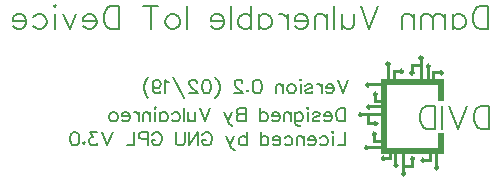
<source format=gbo>
G04 Layer: BottomSilkLayer*
G04 EasyEDA v5.9.42, Sun, 03 Mar 2019 13:32:01 GMT*
G04 8358539c5ca44937bce32fba3cbe82d4*
G04 Gerber Generator version 0.2*
G04 Scale: 100 percent, Rotated: No, Reflected: No *
G04 Dimensions in millimeters *
G04 leading zeros omitted , absolute positions ,3 integer and 3 decimal *
%FSLAX33Y33*%
%MOMM*%
G90*
G71D02*

%ADD10C,0.254000*%
%ADD22C,0.203200*%

%LPD*%
G54D22*
G01X44364Y40724D02*
G01X44364Y38784D01*
G01X44364Y40724D02*
G01X43717Y40724D01*
G01X43440Y40632D01*
G01X43255Y40447D01*
G01X43163Y40262D01*
G01X43071Y39985D01*
G01X43071Y39523D01*
G01X43163Y39246D01*
G01X43255Y39061D01*
G01X43440Y38877D01*
G01X43717Y38784D01*
G01X44364Y38784D01*
G01X42461Y40724D02*
G01X41722Y38784D01*
G01X40983Y40724D02*
G01X41722Y38784D01*
G01X40374Y40724D02*
G01X40374Y38784D01*
G01X39764Y40724D02*
G01X39764Y38784D01*
G01X39764Y40724D02*
G01X39118Y40724D01*
G01X38840Y40632D01*
G01X38656Y40447D01*
G01X38563Y40262D01*
G01X38471Y39985D01*
G01X38471Y39523D01*
G01X38563Y39246D01*
G01X38656Y39061D01*
G01X38840Y38877D01*
G01X39118Y38784D01*
G01X39764Y38784D01*
G01X32450Y42923D02*
G01X32013Y41778D01*
G01X31577Y42923D02*
G01X32013Y41778D01*
G01X31217Y42214D02*
G01X30563Y42214D01*
G01X30563Y42323D01*
G01X30617Y42432D01*
G01X30672Y42487D01*
G01X30781Y42541D01*
G01X30944Y42541D01*
G01X31053Y42487D01*
G01X31163Y42378D01*
G01X31217Y42214D01*
G01X31217Y42105D01*
G01X31163Y41941D01*
G01X31053Y41832D01*
G01X30944Y41778D01*
G01X30781Y41778D01*
G01X30672Y41832D01*
G01X30563Y41941D01*
G01X30203Y42541D02*
G01X30203Y41778D01*
G01X30203Y42214D02*
G01X30148Y42378D01*
G01X30039Y42487D01*
G01X29930Y42541D01*
G01X29766Y42541D01*
G01X28806Y42378D02*
G01X28861Y42487D01*
G01X29024Y42541D01*
G01X29188Y42541D01*
G01X29352Y42487D01*
G01X29406Y42378D01*
G01X29352Y42269D01*
G01X29243Y42214D01*
G01X28970Y42160D01*
G01X28861Y42105D01*
G01X28806Y41996D01*
G01X28806Y41941D01*
G01X28861Y41832D01*
G01X29024Y41778D01*
G01X29188Y41778D01*
G01X29352Y41832D01*
G01X29406Y41941D01*
G01X28446Y42923D02*
G01X28392Y42869D01*
G01X28337Y42923D01*
G01X28392Y42978D01*
G01X28446Y42923D01*
G01X28392Y42541D02*
G01X28392Y41778D01*
G01X27704Y42541D02*
G01X27813Y42487D01*
G01X27923Y42378D01*
G01X27977Y42214D01*
G01X27977Y42105D01*
G01X27923Y41941D01*
G01X27813Y41832D01*
G01X27704Y41778D01*
G01X27541Y41778D01*
G01X27432Y41832D01*
G01X27323Y41941D01*
G01X27268Y42105D01*
G01X27268Y42214D01*
G01X27323Y42378D01*
G01X27432Y42487D01*
G01X27541Y42541D01*
G01X27704Y42541D01*
G01X26908Y42541D02*
G01X26908Y41778D01*
G01X26908Y42323D02*
G01X26744Y42487D01*
G01X26635Y42541D01*
G01X26472Y42541D01*
G01X26363Y42487D01*
G01X26308Y42323D01*
G01X26308Y41778D01*
G01X24781Y42923D02*
G01X24944Y42869D01*
G01X25053Y42705D01*
G01X25108Y42432D01*
G01X25108Y42269D01*
G01X25053Y41996D01*
G01X24944Y41832D01*
G01X24781Y41778D01*
G01X24672Y41778D01*
G01X24508Y41832D01*
G01X24399Y41996D01*
G01X24344Y42269D01*
G01X24344Y42432D01*
G01X24399Y42705D01*
G01X24508Y42869D01*
G01X24672Y42923D01*
G01X24781Y42923D01*
G01X23930Y42050D02*
G01X23984Y41996D01*
G01X23930Y41941D01*
G01X23875Y41996D01*
G01X23930Y42050D01*
G01X23461Y42650D02*
G01X23461Y42705D01*
G01X23406Y42814D01*
G01X23352Y42869D01*
G01X23243Y42923D01*
G01X23024Y42923D01*
G01X22915Y42869D01*
G01X22861Y42814D01*
G01X22806Y42705D01*
G01X22806Y42596D01*
G01X22861Y42487D01*
G01X22970Y42323D01*
G01X23515Y41778D01*
G01X22752Y41778D01*
G01X21170Y43141D02*
G01X21279Y43032D01*
G01X21388Y42869D01*
G01X21497Y42650D01*
G01X21552Y42378D01*
G01X21552Y42160D01*
G01X21497Y41887D01*
G01X21388Y41669D01*
G01X21279Y41505D01*
G01X21170Y41396D01*
G01X20483Y42923D02*
G01X20646Y42869D01*
G01X20755Y42705D01*
G01X20810Y42432D01*
G01X20810Y42269D01*
G01X20755Y41996D01*
G01X20646Y41832D01*
G01X20483Y41778D01*
G01X20373Y41778D01*
G01X20210Y41832D01*
G01X20101Y41996D01*
G01X20046Y42269D01*
G01X20046Y42432D01*
G01X20101Y42705D01*
G01X20210Y42869D01*
G01X20373Y42923D01*
G01X20483Y42923D01*
G01X19632Y42650D02*
G01X19632Y42705D01*
G01X19577Y42814D01*
G01X19523Y42869D01*
G01X19413Y42923D01*
G01X19195Y42923D01*
G01X19086Y42869D01*
G01X19032Y42814D01*
G01X18977Y42705D01*
G01X18977Y42596D01*
G01X19032Y42487D01*
G01X19141Y42323D01*
G01X19686Y41778D01*
G01X18923Y41778D01*
G01X17581Y43141D02*
G01X18563Y41396D01*
G01X17221Y42705D02*
G01X17112Y42760D01*
G01X16948Y42923D01*
G01X16948Y41778D01*
G01X15879Y42541D02*
G01X15933Y42378D01*
G01X16043Y42269D01*
G01X16206Y42214D01*
G01X16261Y42214D01*
G01X16424Y42269D01*
G01X16533Y42378D01*
G01X16588Y42541D01*
G01X16588Y42596D01*
G01X16533Y42760D01*
G01X16424Y42869D01*
G01X16261Y42923D01*
G01X16206Y42923D01*
G01X16043Y42869D01*
G01X15933Y42760D01*
G01X15879Y42541D01*
G01X15879Y42269D01*
G01X15933Y41996D01*
G01X16043Y41832D01*
G01X16206Y41778D01*
G01X16315Y41778D01*
G01X16479Y41832D01*
G01X16533Y41941D01*
G01X15519Y43141D02*
G01X15410Y43032D01*
G01X15301Y42869D01*
G01X15192Y42650D01*
G01X15137Y42378D01*
G01X15137Y42160D01*
G01X15192Y41887D01*
G01X15301Y41669D01*
G01X15410Y41505D01*
G01X15519Y41396D01*
G01X44279Y49145D02*
G01X44279Y47205D01*
G01X44279Y49145D02*
G01X43632Y49145D01*
G01X43355Y49053D01*
G01X43170Y48868D01*
G01X43078Y48683D01*
G01X42986Y48406D01*
G01X42986Y47944D01*
G01X43078Y47667D01*
G01X43170Y47482D01*
G01X43355Y47298D01*
G01X43632Y47205D01*
G01X44279Y47205D01*
G01X41268Y48498D02*
G01X41268Y47205D01*
G01X41268Y48221D02*
G01X41452Y48406D01*
G01X41637Y48498D01*
G01X41914Y48498D01*
G01X42099Y48406D01*
G01X42284Y48221D01*
G01X42376Y47944D01*
G01X42376Y47760D01*
G01X42284Y47482D01*
G01X42099Y47298D01*
G01X41914Y47205D01*
G01X41637Y47205D01*
G01X41452Y47298D01*
G01X41268Y47482D01*
G01X40658Y48498D02*
G01X40658Y47205D01*
G01X40658Y48129D02*
G01X40381Y48406D01*
G01X40196Y48498D01*
G01X39919Y48498D01*
G01X39734Y48406D01*
G01X39642Y48129D01*
G01X39642Y47205D01*
G01X39642Y48129D02*
G01X39365Y48406D01*
G01X39180Y48498D01*
G01X38903Y48498D01*
G01X38718Y48406D01*
G01X38626Y48129D01*
G01X38626Y47205D01*
G01X38016Y48498D02*
G01X38016Y47205D01*
G01X38016Y48129D02*
G01X37739Y48406D01*
G01X37555Y48498D01*
G01X37277Y48498D01*
G01X37093Y48406D01*
G01X37000Y48129D01*
G01X37000Y47205D01*
G01X34968Y49145D02*
G01X34229Y47205D01*
G01X33491Y49145D02*
G01X34229Y47205D01*
G01X32881Y48498D02*
G01X32881Y47575D01*
G01X32789Y47298D01*
G01X32604Y47205D01*
G01X32327Y47205D01*
G01X32142Y47298D01*
G01X31865Y47575D01*
G01X31865Y48498D02*
G01X31865Y47205D01*
G01X31255Y49145D02*
G01X31255Y47205D01*
G01X30646Y48498D02*
G01X30646Y47205D01*
G01X30646Y48129D02*
G01X30369Y48406D01*
G01X30184Y48498D01*
G01X29907Y48498D01*
G01X29722Y48406D01*
G01X29630Y48129D01*
G01X29630Y47205D01*
G01X29020Y47944D02*
G01X27912Y47944D01*
G01X27912Y48129D01*
G01X28004Y48314D01*
G01X28097Y48406D01*
G01X28281Y48498D01*
G01X28558Y48498D01*
G01X28743Y48406D01*
G01X28928Y48221D01*
G01X29020Y47944D01*
G01X29020Y47760D01*
G01X28928Y47482D01*
G01X28743Y47298D01*
G01X28558Y47205D01*
G01X28281Y47205D01*
G01X28097Y47298D01*
G01X27912Y47482D01*
G01X27302Y48498D02*
G01X27302Y47205D01*
G01X27302Y47944D02*
G01X27210Y48221D01*
G01X27025Y48406D01*
G01X26840Y48498D01*
G01X26563Y48498D01*
G01X24845Y48498D02*
G01X24845Y47205D01*
G01X24845Y48221D02*
G01X25030Y48406D01*
G01X25215Y48498D01*
G01X25492Y48498D01*
G01X25677Y48406D01*
G01X25861Y48221D01*
G01X25954Y47944D01*
G01X25954Y47760D01*
G01X25861Y47482D01*
G01X25677Y47298D01*
G01X25492Y47205D01*
G01X25215Y47205D01*
G01X25030Y47298D01*
G01X24845Y47482D01*
G01X24236Y49145D02*
G01X24236Y47205D01*
G01X24236Y48221D02*
G01X24051Y48406D01*
G01X23866Y48498D01*
G01X23589Y48498D01*
G01X23404Y48406D01*
G01X23220Y48221D01*
G01X23127Y47944D01*
G01X23127Y47760D01*
G01X23220Y47482D01*
G01X23404Y47298D01*
G01X23589Y47205D01*
G01X23866Y47205D01*
G01X24051Y47298D01*
G01X24236Y47482D01*
G01X22518Y49145D02*
G01X22518Y47205D01*
G01X21908Y47944D02*
G01X20800Y47944D01*
G01X20800Y48129D01*
G01X20892Y48314D01*
G01X20985Y48406D01*
G01X21169Y48498D01*
G01X21446Y48498D01*
G01X21631Y48406D01*
G01X21816Y48221D01*
G01X21908Y47944D01*
G01X21908Y47760D01*
G01X21816Y47482D01*
G01X21631Y47298D01*
G01X21446Y47205D01*
G01X21169Y47205D01*
G01X20985Y47298D01*
G01X20800Y47482D01*
G01X18768Y49145D02*
G01X18768Y47205D01*
G01X17696Y48498D02*
G01X17881Y48406D01*
G01X18066Y48221D01*
G01X18158Y47944D01*
G01X18158Y47760D01*
G01X18066Y47482D01*
G01X17881Y47298D01*
G01X17696Y47205D01*
G01X17419Y47205D01*
G01X17235Y47298D01*
G01X17050Y47482D01*
G01X16957Y47760D01*
G01X16957Y47944D01*
G01X17050Y48221D01*
G01X17235Y48406D01*
G01X17419Y48498D01*
G01X17696Y48498D01*
G01X15701Y49145D02*
G01X15701Y47205D01*
G01X16348Y49145D02*
G01X15055Y49145D01*
G01X13023Y49145D02*
G01X13023Y47205D01*
G01X13023Y49145D02*
G01X12376Y49145D01*
G01X12099Y49053D01*
G01X11914Y48868D01*
G01X11822Y48683D01*
G01X11730Y48406D01*
G01X11730Y47944D01*
G01X11822Y47667D01*
G01X11914Y47482D01*
G01X12099Y47298D01*
G01X12376Y47205D01*
G01X13023Y47205D01*
G01X11120Y47944D02*
G01X10012Y47944D01*
G01X10012Y48129D01*
G01X10104Y48314D01*
G01X10196Y48406D01*
G01X10381Y48498D01*
G01X10658Y48498D01*
G01X10843Y48406D01*
G01X11028Y48221D01*
G01X11120Y47944D01*
G01X11120Y47760D01*
G01X11028Y47482D01*
G01X10843Y47298D01*
G01X10658Y47205D01*
G01X10381Y47205D01*
G01X10196Y47298D01*
G01X10012Y47482D01*
G01X9402Y48498D02*
G01X8848Y47205D01*
G01X8294Y48498D02*
G01X8848Y47205D01*
G01X7684Y49145D02*
G01X7592Y49053D01*
G01X7499Y49145D01*
G01X7592Y49237D01*
G01X7684Y49145D01*
G01X7592Y48498D02*
G01X7592Y47205D01*
G01X5781Y48221D02*
G01X5966Y48406D01*
G01X6151Y48498D01*
G01X6428Y48498D01*
G01X6613Y48406D01*
G01X6797Y48221D01*
G01X6890Y47944D01*
G01X6890Y47760D01*
G01X6797Y47482D01*
G01X6613Y47298D01*
G01X6428Y47205D01*
G01X6151Y47205D01*
G01X5966Y47298D01*
G01X5781Y47482D01*
G01X5172Y47944D02*
G01X4064Y47944D01*
G01X4064Y48129D01*
G01X4156Y48314D01*
G01X4248Y48406D01*
G01X4433Y48498D01*
G01X4710Y48498D01*
G01X4895Y48406D01*
G01X5080Y48221D01*
G01X5172Y47944D01*
G01X5172Y47760D01*
G01X5080Y47482D01*
G01X4895Y47298D01*
G01X4710Y47205D01*
G01X4433Y47205D01*
G01X4248Y47298D01*
G01X4064Y47482D01*
G01X32166Y40547D02*
G01X32166Y39401D01*
G01X32166Y40547D02*
G01X31784Y40547D01*
G01X31621Y40492D01*
G01X31512Y40383D01*
G01X31457Y40274D01*
G01X31402Y40110D01*
G01X31402Y39838D01*
G01X31457Y39674D01*
G01X31512Y39565D01*
G01X31621Y39456D01*
G01X31784Y39401D01*
G01X32166Y39401D01*
G01X31042Y39838D02*
G01X30388Y39838D01*
G01X30388Y39947D01*
G01X30442Y40056D01*
G01X30497Y40110D01*
G01X30606Y40165D01*
G01X30770Y40165D01*
G01X30879Y40110D01*
G01X30988Y40001D01*
G01X31042Y39838D01*
G01X31042Y39729D01*
G01X30988Y39565D01*
G01X30879Y39456D01*
G01X30770Y39401D01*
G01X30606Y39401D01*
G01X30497Y39456D01*
G01X30388Y39565D01*
G01X29428Y40001D02*
G01X29482Y40110D01*
G01X29646Y40165D01*
G01X29810Y40165D01*
G01X29973Y40110D01*
G01X30028Y40001D01*
G01X29973Y39892D01*
G01X29864Y39838D01*
G01X29591Y39783D01*
G01X29482Y39729D01*
G01X29428Y39620D01*
G01X29428Y39565D01*
G01X29482Y39456D01*
G01X29646Y39401D01*
G01X29810Y39401D01*
G01X29973Y39456D01*
G01X30028Y39565D01*
G01X29068Y40547D02*
G01X29013Y40492D01*
G01X28959Y40547D01*
G01X29013Y40601D01*
G01X29068Y40547D01*
G01X29013Y40165D02*
G01X29013Y39401D01*
G01X27944Y40165D02*
G01X27944Y39292D01*
G01X27999Y39129D01*
G01X28053Y39074D01*
G01X28162Y39020D01*
G01X28326Y39020D01*
G01X28435Y39074D01*
G01X27944Y40001D02*
G01X28053Y40110D01*
G01X28162Y40165D01*
G01X28326Y40165D01*
G01X28435Y40110D01*
G01X28544Y40001D01*
G01X28599Y39838D01*
G01X28599Y39729D01*
G01X28544Y39565D01*
G01X28435Y39456D01*
G01X28326Y39401D01*
G01X28162Y39401D01*
G01X28053Y39456D01*
G01X27944Y39565D01*
G01X27584Y40165D02*
G01X27584Y39401D01*
G01X27584Y39947D02*
G01X27421Y40110D01*
G01X27312Y40165D01*
G01X27148Y40165D01*
G01X27039Y40110D01*
G01X26984Y39947D01*
G01X26984Y39401D01*
G01X26624Y39838D02*
G01X25970Y39838D01*
G01X25970Y39947D01*
G01X26024Y40056D01*
G01X26079Y40110D01*
G01X26188Y40165D01*
G01X26351Y40165D01*
G01X26461Y40110D01*
G01X26570Y40001D01*
G01X26624Y39838D01*
G01X26624Y39729D01*
G01X26570Y39565D01*
G01X26461Y39456D01*
G01X26351Y39401D01*
G01X26188Y39401D01*
G01X26079Y39456D01*
G01X25970Y39565D01*
G01X24955Y40547D02*
G01X24955Y39401D01*
G01X24955Y40001D02*
G01X25064Y40110D01*
G01X25173Y40165D01*
G01X25337Y40165D01*
G01X25446Y40110D01*
G01X25555Y40001D01*
G01X25610Y39838D01*
G01X25610Y39729D01*
G01X25555Y39565D01*
G01X25446Y39456D01*
G01X25337Y39401D01*
G01X25173Y39401D01*
G01X25064Y39456D01*
G01X24955Y39565D01*
G01X23755Y40547D02*
G01X23755Y39401D01*
G01X23755Y40547D02*
G01X23264Y40547D01*
G01X23101Y40492D01*
G01X23046Y40438D01*
G01X22992Y40329D01*
G01X22992Y40220D01*
G01X23046Y40110D01*
G01X23101Y40056D01*
G01X23264Y40001D01*
G01X23755Y40001D02*
G01X23264Y40001D01*
G01X23101Y39947D01*
G01X23046Y39892D01*
G01X22992Y39783D01*
G01X22992Y39620D01*
G01X23046Y39510D01*
G01X23101Y39456D01*
G01X23264Y39401D01*
G01X23755Y39401D01*
G01X22577Y40165D02*
G01X22250Y39401D01*
G01X21922Y40165D02*
G01X22250Y39401D01*
G01X22359Y39183D01*
G01X22468Y39074D01*
G01X22577Y39020D01*
G01X22632Y39020D01*
G01X20722Y40547D02*
G01X20286Y39401D01*
G01X19850Y40547D02*
G01X20286Y39401D01*
G01X19490Y40165D02*
G01X19490Y39620D01*
G01X19435Y39456D01*
G01X19326Y39401D01*
G01X19162Y39401D01*
G01X19053Y39456D01*
G01X18890Y39620D01*
G01X18890Y40165D02*
G01X18890Y39401D01*
G01X18530Y40547D02*
G01X18530Y39401D01*
G01X17515Y40001D02*
G01X17624Y40110D01*
G01X17733Y40165D01*
G01X17897Y40165D01*
G01X18006Y40110D01*
G01X18115Y40001D01*
G01X18170Y39838D01*
G01X18170Y39729D01*
G01X18115Y39565D01*
G01X18006Y39456D01*
G01X17897Y39401D01*
G01X17733Y39401D01*
G01X17624Y39456D01*
G01X17515Y39565D01*
G01X16501Y40165D02*
G01X16501Y39401D01*
G01X16501Y40001D02*
G01X16610Y40110D01*
G01X16719Y40165D01*
G01X16882Y40165D01*
G01X16992Y40110D01*
G01X17101Y40001D01*
G01X17155Y39838D01*
G01X17155Y39729D01*
G01X17101Y39565D01*
G01X16992Y39456D01*
G01X16882Y39401D01*
G01X16719Y39401D01*
G01X16610Y39456D01*
G01X16501Y39565D01*
G01X16141Y40547D02*
G01X16086Y40492D01*
G01X16032Y40547D01*
G01X16086Y40601D01*
G01X16141Y40547D01*
G01X16086Y40165D02*
G01X16086Y39401D01*
G01X15672Y40165D02*
G01X15672Y39401D01*
G01X15672Y39947D02*
G01X15508Y40110D01*
G01X15399Y40165D01*
G01X15235Y40165D01*
G01X15126Y40110D01*
G01X15072Y39947D01*
G01X15072Y39401D01*
G01X14712Y40165D02*
G01X14712Y39401D01*
G01X14712Y39838D02*
G01X14657Y40001D01*
G01X14548Y40110D01*
G01X14439Y40165D01*
G01X14275Y40165D01*
G01X13915Y39838D02*
G01X13261Y39838D01*
G01X13261Y39947D01*
G01X13315Y40056D01*
G01X13370Y40110D01*
G01X13479Y40165D01*
G01X13642Y40165D01*
G01X13752Y40110D01*
G01X13861Y40001D01*
G01X13915Y39838D01*
G01X13915Y39729D01*
G01X13861Y39565D01*
G01X13752Y39456D01*
G01X13642Y39401D01*
G01X13479Y39401D01*
G01X13370Y39456D01*
G01X13261Y39565D01*
G01X12628Y40165D02*
G01X12737Y40110D01*
G01X12846Y40001D01*
G01X12901Y39838D01*
G01X12901Y39729D01*
G01X12846Y39565D01*
G01X12737Y39456D01*
G01X12628Y39401D01*
G01X12464Y39401D01*
G01X12355Y39456D01*
G01X12246Y39565D01*
G01X12192Y39729D01*
G01X12192Y39838D01*
G01X12246Y40001D01*
G01X12355Y40110D01*
G01X12464Y40165D01*
G01X12628Y40165D01*
G01X32180Y38515D02*
G01X32180Y37369D01*
G01X32180Y37369D02*
G01X31526Y37369D01*
G01X31166Y38515D02*
G01X31111Y38460D01*
G01X31057Y38515D01*
G01X31111Y38569D01*
G01X31166Y38515D01*
G01X31111Y38133D02*
G01X31111Y37369D01*
G01X30042Y37969D02*
G01X30151Y38078D01*
G01X30260Y38133D01*
G01X30424Y38133D01*
G01X30533Y38078D01*
G01X30642Y37969D01*
G01X30697Y37806D01*
G01X30697Y37697D01*
G01X30642Y37533D01*
G01X30533Y37424D01*
G01X30424Y37369D01*
G01X30260Y37369D01*
G01X30151Y37424D01*
G01X30042Y37533D01*
G01X29682Y37806D02*
G01X29028Y37806D01*
G01X29028Y37915D01*
G01X29082Y38024D01*
G01X29137Y38078D01*
G01X29246Y38133D01*
G01X29409Y38133D01*
G01X29519Y38078D01*
G01X29628Y37969D01*
G01X29682Y37806D01*
G01X29682Y37697D01*
G01X29628Y37533D01*
G01X29519Y37424D01*
G01X29409Y37369D01*
G01X29246Y37369D01*
G01X29137Y37424D01*
G01X29028Y37533D01*
G01X28668Y38133D02*
G01X28668Y37369D01*
G01X28668Y37915D02*
G01X28504Y38078D01*
G01X28395Y38133D01*
G01X28231Y38133D01*
G01X28122Y38078D01*
G01X28068Y37915D01*
G01X28068Y37369D01*
G01X27053Y37969D02*
G01X27162Y38078D01*
G01X27271Y38133D01*
G01X27435Y38133D01*
G01X27544Y38078D01*
G01X27653Y37969D01*
G01X27708Y37806D01*
G01X27708Y37697D01*
G01X27653Y37533D01*
G01X27544Y37424D01*
G01X27435Y37369D01*
G01X27271Y37369D01*
G01X27162Y37424D01*
G01X27053Y37533D01*
G01X26693Y37806D02*
G01X26039Y37806D01*
G01X26039Y37915D01*
G01X26093Y38024D01*
G01X26148Y38078D01*
G01X26257Y38133D01*
G01X26420Y38133D01*
G01X26529Y38078D01*
G01X26639Y37969D01*
G01X26693Y37806D01*
G01X26693Y37697D01*
G01X26639Y37533D01*
G01X26529Y37424D01*
G01X26420Y37369D01*
G01X26257Y37369D01*
G01X26148Y37424D01*
G01X26039Y37533D01*
G01X25024Y38515D02*
G01X25024Y37369D01*
G01X25024Y37969D02*
G01X25133Y38078D01*
G01X25242Y38133D01*
G01X25406Y38133D01*
G01X25515Y38078D01*
G01X25624Y37969D01*
G01X25679Y37806D01*
G01X25679Y37697D01*
G01X25624Y37533D01*
G01X25515Y37424D01*
G01X25406Y37369D01*
G01X25242Y37369D01*
G01X25133Y37424D01*
G01X25024Y37533D01*
G01X23824Y38515D02*
G01X23824Y37369D01*
G01X23824Y37969D02*
G01X23715Y38078D01*
G01X23606Y38133D01*
G01X23442Y38133D01*
G01X23333Y38078D01*
G01X23224Y37969D01*
G01X23169Y37806D01*
G01X23169Y37697D01*
G01X23224Y37533D01*
G01X23333Y37424D01*
G01X23442Y37369D01*
G01X23606Y37369D01*
G01X23715Y37424D01*
G01X23824Y37533D01*
G01X22755Y38133D02*
G01X22428Y37369D01*
G01X22100Y38133D02*
G01X22428Y37369D01*
G01X22537Y37151D01*
G01X22646Y37042D01*
G01X22755Y36988D01*
G01X22809Y36988D01*
G01X20082Y38242D02*
G01X20137Y38351D01*
G01X20246Y38460D01*
G01X20355Y38515D01*
G01X20573Y38515D01*
G01X20682Y38460D01*
G01X20791Y38351D01*
G01X20846Y38242D01*
G01X20900Y38078D01*
G01X20900Y37806D01*
G01X20846Y37642D01*
G01X20791Y37533D01*
G01X20682Y37424D01*
G01X20573Y37369D01*
G01X20355Y37369D01*
G01X20246Y37424D01*
G01X20137Y37533D01*
G01X20082Y37642D01*
G01X20082Y37806D01*
G01X20355Y37806D02*
G01X20082Y37806D01*
G01X19722Y38515D02*
G01X19722Y37369D01*
G01X19722Y38515D02*
G01X18959Y37369D01*
G01X18959Y38515D02*
G01X18959Y37369D01*
G01X18599Y38515D02*
G01X18599Y37697D01*
G01X18544Y37533D01*
G01X18435Y37424D01*
G01X18271Y37369D01*
G01X18162Y37369D01*
G01X17999Y37424D01*
G01X17889Y37533D01*
G01X17835Y37697D01*
G01X17835Y38515D01*
G01X15817Y38242D02*
G01X15871Y38351D01*
G01X15980Y38460D01*
G01X16089Y38515D01*
G01X16308Y38515D01*
G01X16417Y38460D01*
G01X16526Y38351D01*
G01X16580Y38242D01*
G01X16635Y38078D01*
G01X16635Y37806D01*
G01X16580Y37642D01*
G01X16526Y37533D01*
G01X16417Y37424D01*
G01X16308Y37369D01*
G01X16089Y37369D01*
G01X15980Y37424D01*
G01X15871Y37533D01*
G01X15817Y37642D01*
G01X15817Y37806D01*
G01X16089Y37806D02*
G01X15817Y37806D01*
G01X15457Y38515D02*
G01X15457Y37369D01*
G01X15457Y38515D02*
G01X14966Y38515D01*
G01X14802Y38460D01*
G01X14748Y38406D01*
G01X14693Y38297D01*
G01X14693Y38133D01*
G01X14748Y38024D01*
G01X14802Y37969D01*
G01X14966Y37915D01*
G01X15457Y37915D01*
G01X14333Y38515D02*
G01X14333Y37369D01*
G01X14333Y37369D02*
G01X13679Y37369D01*
G01X12479Y38515D02*
G01X12042Y37369D01*
G01X11606Y38515D02*
G01X12042Y37369D01*
G01X11137Y38515D02*
G01X10537Y38515D01*
G01X10864Y38078D01*
G01X10700Y38078D01*
G01X10591Y38024D01*
G01X10537Y37969D01*
G01X10482Y37806D01*
G01X10482Y37697D01*
G01X10537Y37533D01*
G01X10646Y37424D01*
G01X10809Y37369D01*
G01X10973Y37369D01*
G01X11137Y37424D01*
G01X11191Y37478D01*
G01X11246Y37588D01*
G01X10068Y37642D02*
G01X10122Y37588D01*
G01X10068Y37533D01*
G01X10013Y37588D01*
G01X10068Y37642D01*
G01X9326Y38515D02*
G01X9489Y38460D01*
G01X9599Y38297D01*
G01X9653Y38024D01*
G01X9653Y37860D01*
G01X9599Y37588D01*
G01X9489Y37424D01*
G01X9326Y37369D01*
G01X9217Y37369D01*
G01X9053Y37424D01*
G01X8944Y37588D01*
G01X8890Y37860D01*
G01X8890Y38024D01*
G01X8944Y38297D01*
G01X9053Y38460D01*
G01X9217Y38515D01*
G01X9326Y38515D01*
G54D10*
G75*
G01X35931Y44280D02*
G03X35931Y44280I-127J0D01*
G01*
G75*
G01X37074Y43645D02*
G03X37074Y43645I-127J0D01*
G01*
G75*
G01X39360Y44090D02*
G03X39360Y44090I-127J0D01*
G01*
G75*
G01X40440Y43518D02*
G03X40440Y43518I-127J0D01*
G01*
G75*
G01X37963Y43518D02*
G03X37963Y43518I-127J0D01*
G01*
G75*
G01X38725Y44788D02*
G03X38725Y44788I-127J0D01*
G01*
G75*
G01X34122Y37200D02*
G03X34122Y37200I-127J0D01*
G01*
G75*
G01X34757Y38343D02*
G03X34757Y38343I-127J0D01*
G01*
G75*
G01X34312Y40629D02*
G03X34312Y40629I-127J0D01*
G01*
G75*
G01X34884Y41709D02*
G03X34884Y41709I-127J0D01*
G01*
G75*
G01X34884Y39232D02*
G03X34884Y39232I-127J0D01*
G01*
G75*
G01X33614Y39994D02*
G03X33614Y39994I-127J0D01*
G01*
G75*
G01X34217Y42502D02*
G03X34217Y42502I-127J0D01*
G01*
G75*
G01X40027Y35486D02*
G03X40027Y35486I-127J0D01*
G01*
G75*
G01X38884Y36121D02*
G03X38884Y36121I-127J0D01*
G01*
G75*
G01X36598Y35676D02*
G03X36598Y35676I-127J0D01*
G01*
G75*
G01X37995Y36248D02*
G03X37995Y36248I-127J0D01*
G01*
G75*
G01X37233Y34978D02*
G03X37233Y34978I-127J0D01*
G01*
G75*
G01X35550Y36279D02*
G03X35550Y36279I-127J0D01*
G01*
G36*
G01X39995Y38438D02*
G01X40503Y38438D01*
G01X40503Y36660D01*
G01X39995Y36660D01*
G01X39995Y38438D01*
G37*
G36*
G01X39995Y42883D02*
G01X40503Y42883D01*
G01X40503Y41105D01*
G01X39995Y41105D01*
G01X39995Y42883D01*
G37*
G36*
G01X35169Y43010D02*
G01X40503Y43010D01*
G01X40503Y42502D01*
G01X35169Y42502D01*
G01X35169Y43010D01*
G37*
G36*
G01X35169Y42883D02*
G01X35677Y42883D01*
G01X35677Y36660D01*
G01X35169Y36660D01*
G01X35169Y42883D01*
G37*
G36*
G01X35169Y37168D02*
G01X40503Y37168D01*
G01X40503Y36660D01*
G01X35169Y36660D01*
G01X35169Y37168D01*
G37*
G36*
G01X35677Y44280D02*
G01X35931Y44280D01*
G01X35931Y43010D01*
G01X35677Y43010D01*
G01X35677Y44280D01*
G37*
G36*
G01X36185Y43772D02*
G01X36439Y43772D01*
G01X36439Y43010D01*
G01X36185Y43010D01*
G01X36185Y43772D01*
G37*
G36*
G01X36185Y43772D02*
G01X36947Y43772D01*
G01X36947Y43518D01*
G01X36185Y43518D01*
G01X36185Y43772D01*
G37*
G36*
G01X37709Y44280D02*
G01X38471Y44280D01*
G01X38471Y44026D01*
G01X37709Y44026D01*
G01X37709Y44280D01*
G37*
G36*
G01X37709Y44280D02*
G01X37963Y44280D01*
G01X37963Y43518D01*
G01X37709Y43518D01*
G01X37709Y44280D01*
G37*
G36*
G01X38471Y44788D02*
G01X38725Y44788D01*
G01X38725Y43010D01*
G01X38471Y43010D01*
G01X38471Y44788D01*
G37*
G36*
G01X39106Y44089D02*
G01X39360Y44089D01*
G01X39360Y42819D01*
G01X39106Y42819D01*
G01X39106Y44089D01*
G37*
G36*
G01X39550Y43645D02*
G01X39804Y43645D01*
G01X39804Y42883D01*
G01X39550Y42883D01*
G01X39550Y43645D01*
G37*
G36*
G01X39550Y43645D02*
G01X40312Y43645D01*
G01X40312Y43391D01*
G01X39550Y43391D01*
G01X39550Y43645D01*
G37*
G36*
G01X33994Y37327D02*
G01X35264Y37327D01*
G01X35264Y37073D01*
G01X33994Y37073D01*
G01X33994Y37327D01*
G37*
G36*
G01X34502Y37835D02*
G01X35264Y37835D01*
G01X35264Y37581D01*
G01X34502Y37581D01*
G01X34502Y37835D01*
G37*
G36*
G01X34502Y38343D02*
G01X34756Y38343D01*
G01X34756Y37581D01*
G01X34502Y37581D01*
G01X34502Y38343D01*
G37*
G36*
G01X33994Y39867D02*
G01X34248Y39867D01*
G01X34248Y39105D01*
G01X33994Y39105D01*
G01X33994Y39867D01*
G37*
G36*
G01X33994Y39359D02*
G01X34756Y39359D01*
G01X34756Y39105D01*
G01X33994Y39105D01*
G01X33994Y39359D01*
G37*
G36*
G01X33486Y40121D02*
G01X35264Y40121D01*
G01X35264Y39867D01*
G01X33486Y39867D01*
G01X33486Y40121D01*
G37*
G36*
G01X34185Y40756D02*
G01X35455Y40756D01*
G01X35455Y40502D01*
G01X34185Y40502D01*
G01X34185Y40756D01*
G37*
G36*
G01X34629Y41200D02*
G01X35391Y41200D01*
G01X35391Y40946D01*
G01X34629Y40946D01*
G01X34629Y41200D01*
G37*
G36*
G01X34629Y41708D02*
G01X34883Y41708D01*
G01X34883Y40946D01*
G01X34629Y40946D01*
G01X34629Y41708D01*
G37*
G36*
G01X34089Y42629D02*
G01X35359Y42629D01*
G01X35359Y42375D01*
G01X34089Y42375D01*
G01X34089Y42629D01*
G37*
G36*
G01X39773Y36755D02*
G01X40027Y36755D01*
G01X40027Y35485D01*
G01X39773Y35485D01*
G01X39773Y36755D01*
G37*
G36*
G01X39265Y36755D02*
G01X39519Y36755D01*
G01X39519Y35993D01*
G01X39265Y35993D01*
G01X39265Y36755D01*
G37*
G36*
G01X38757Y36247D02*
G01X39519Y36247D01*
G01X39519Y35993D01*
G01X38757Y35993D01*
G01X38757Y36247D01*
G37*
G36*
G01X37233Y35739D02*
G01X37995Y35739D01*
G01X37995Y35485D01*
G01X37233Y35485D01*
G01X37233Y35739D01*
G37*
G36*
G01X37741Y36247D02*
G01X37995Y36247D01*
G01X37995Y35485D01*
G01X37741Y35485D01*
G01X37741Y36247D01*
G37*
G36*
G01X36979Y36755D02*
G01X37233Y36755D01*
G01X37233Y34977D01*
G01X36979Y34977D01*
G01X36979Y36755D01*
G37*
G36*
G01X36344Y36946D02*
G01X36598Y36946D01*
G01X36598Y35676D01*
G01X36344Y35676D01*
G01X36344Y36946D01*
G37*
G36*
G01X35899Y36882D02*
G01X36153Y36882D01*
G01X36153Y36120D01*
G01X35899Y36120D01*
G01X35899Y36882D01*
G37*
G36*
G01X35391Y36374D02*
G01X36153Y36374D01*
G01X36153Y36120D01*
G01X35391Y36120D01*
G01X35391Y36374D01*
G37*
M00*
M02*

</source>
